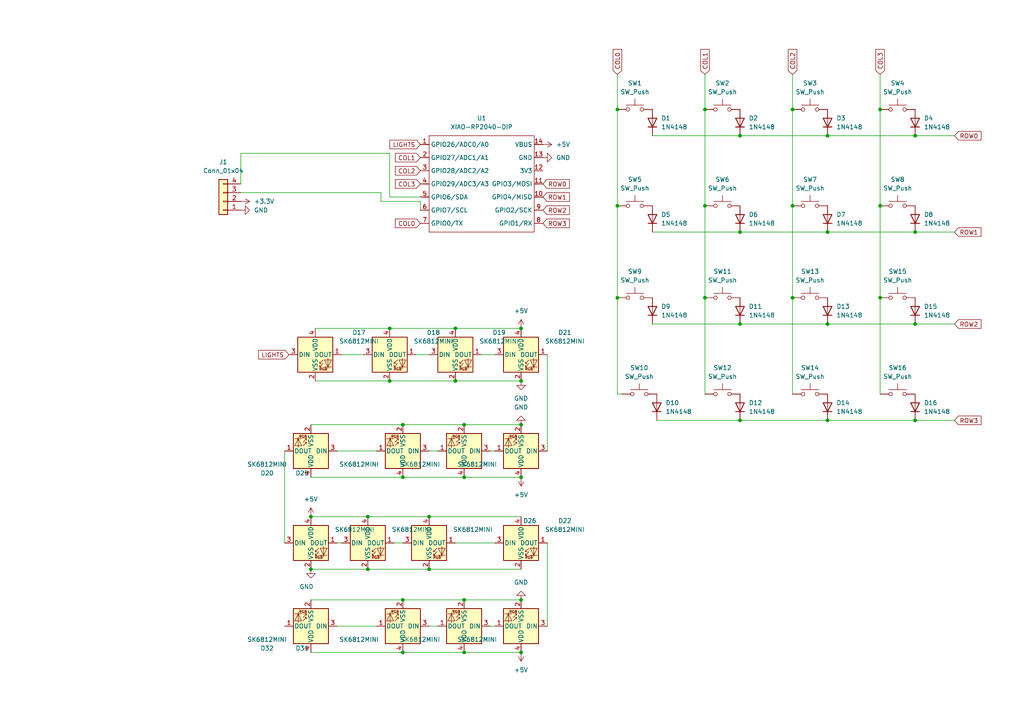
<source format=kicad_sch>
(kicad_sch (version 20250114) (generator "eeschema") (generator_version "9.0")
  (paper "A4")
  (lib_symbols
    (symbol "Connector_Generic:Conn_01x04" (pin_names (offset 1.016) (hide yes))
      (property "Reference" "J" (at 0 5.08 0))
      (property "Value" "Conn_01x04" (at 0 -7.62 0))
      (symbol "Conn_01x04_1_1"
        (rectangle (start -1.27 3.81) (end 1.27 -6.35) (stroke (width 0.254)) (fill (type background)))
        (rectangle (start -1.27 2.667) (end 0 2.413) (stroke (width 0.1524)))
        (rectangle (start -1.27 0.127) (end 0 -0.127) (stroke (width 0.1524)))
        (rectangle (start -1.27 -2.413) (end 0 -2.667) (stroke (width 0.1524)))
        (rectangle (start -1.27 -4.953) (end 0 -5.207) (stroke (width 0.1524)))
        (pin passive line (at -5.08 2.54 0) (length 3.81) (name "Pin_1") (number "1"))
        (pin passive line (at -5.08 0 0) (length 3.81) (name "Pin_2") (number "2"))
        (pin passive line (at -5.08 -2.54 0) (length 3.81) (name "Pin_3") (number "3"))
        (pin passive line (at -5.08 -5.08 0) (length 3.81) (name "Pin_4") (number "4"))
      )
    )
    (symbol "Diode:1N4148" (pin_numbers (hide yes)) (pin_names (hide yes))
      (property "Reference" "D" (at 0 2.54 0))
      (property "Value" "1N4148" (at 0 -2.54 0))
      (symbol "1N4148_0_1"
        (polyline (pts (xy -1.27 1.27) (xy -1.27 -1.27)) (stroke (width 0.254)))
        (polyline (pts (xy 1.27 1.27) (xy 1.27 -1.27) (xy -1.27 0) (xy 1.27 1.27)) (stroke (width 0.254)))
        (polyline (pts (xy 1.27 0) (xy -1.27 0)))
      )
      (symbol "1N4148_1_1"
        (pin passive line (at -3.81 0 0) (length 2.54) (name "K") (number "1"))
        (pin passive line (at 3.81 0 180) (length 2.54) (name "A") (number "2"))
      )
    )
    (symbol "LED:SK6812MINI" (pin_names (offset 0.254))
      (property "Reference" "D" (at 5.08 5.715 0))
      (property "Value" "SK6812MINI" (at 1.27 -5.715 0))
      (symbol "SK6812MINI_0_0"
        (text "RGB" (at 2.286 -4.191 0) (effects (font (size 0.762 0.762))))
      )
      (symbol "SK6812MINI_0_1"
        (polyline (pts (xy 1.27 -2.54) (xy 1.778 -2.54)))
        (polyline (pts (xy 1.27 -3.556) (xy 1.778 -3.556)))
        (polyline (pts (xy 2.286 -1.524) (xy 1.27 -2.54) (xy 1.27 -2.032)))
        (polyline (pts (xy 2.286 -2.54) (xy 1.27 -3.556) (xy 1.27 -3.048)))
        (polyline (pts (xy 3.683 -1.016) (xy 3.683 -3.556) (xy 3.683 -4.064)))
        (polyline (pts (xy 4.699 -1.524) (xy 2.667 -1.524) (xy 3.683 -3.556) (xy 4.699 -1.524)))
        (polyline (pts (xy 4.699 -3.556) (xy 2.667 -3.556)))
        (rectangle (start 5.08 5.08) (end -5.08 -5.08) (stroke (width 0.254)) (fill (type background)))
      )
      (symbol "SK6812MINI_1_1"
        (pin input line (at -7.62 0 0) (length 2.54) (name "DIN") (number "3"))
        (pin power_in line (at 0 7.62 270) (length 2.54) (name "VDD") (number "4"))
        (pin power_in line (at 0 -7.62 90) (length 2.54) (name "VSS") (number "2"))
        (pin output line (at 7.62 0 180) (length 2.54) (name "DOUT") (number "1"))
      )
    )
    (symbol "OLED:XIAO-RP2040-DIP"
      (property "Reference" "U" (at 0 0 0))
      (property "Value" "XIAO-RP2040-DIP" (at 5.334 -1.778 0))
      (symbol "XIAO-RP2040-DIP_1_0"
        (polyline (pts (xy -1.27 -2.54) (xy 29.21 -2.54)) (stroke (width 0.1524)))
        (polyline (pts (xy -1.27 -5.08) (xy -2.54 -5.08)) (stroke (width 0.1524)))
        (polyline (pts (xy -1.27 -5.08) (xy -1.27 -2.54)) (stroke (width 0.1524)))
        (polyline (pts (xy -1.27 -8.89) (xy -2.54 -8.89)) (stroke (width 0.1524)))
        (polyline (pts (xy -1.27 -8.89) (xy -1.27 -5.08)) (stroke (width 0.1524)))
        (polyline (pts (xy -1.27 -12.7) (xy -2.54 -12.7)) (stroke (width 0.1524)))
        (polyline (pts (xy -1.27 -12.7) (xy -1.27 -8.89)) (stroke (width 0.1524)))
        (polyline (pts (xy -1.27 -16.51) (xy -2.54 -16.51)) (stroke (width 0.1524)))
        (polyline (pts (xy -1.27 -16.51) (xy -1.27 -12.7)) (stroke (width 0.1524)))
        (polyline (pts (xy -1.27 -20.32) (xy -2.54 -20.32)) (stroke (width 0.1524)))
        (polyline (pts (xy -1.27 -24.13) (xy -2.54 -24.13)) (stroke (width 0.1524)))
        (polyline (pts (xy -1.27 -27.94) (xy -2.54 -27.94)) (stroke (width 0.1524)))
        (polyline (pts (xy -1.27 -30.48) (xy -1.27 -16.51)) (stroke (width 0.1524)))
        (polyline (pts (xy 29.21 -2.54) (xy 29.21 -5.08)) (stroke (width 0.1524)))
        (polyline (pts (xy 29.21 -5.08) (xy 29.21 -8.89)) (stroke (width 0.1524)))
        (polyline (pts (xy 29.21 -8.89) (xy 29.21 -12.7)) (stroke (width 0.1524)))
        (polyline (pts (xy 29.21 -12.7) (xy 29.21 -30.48)) (stroke (width 0.1524)))
        (polyline (pts (xy 29.21 -30.48) (xy -1.27 -30.48)) (stroke (width 0.1524)))
        (polyline (pts (xy 30.48 -5.08) (xy 29.21 -5.08)) (stroke (width 0.1524)))
        (polyline (pts (xy 30.48 -8.89) (xy 29.21 -8.89)) (stroke (width 0.1524)))
        (polyline (pts (xy 30.48 -12.7) (xy 29.21 -12.7)) (stroke (width 0.1524)))
        (polyline (pts (xy 30.48 -16.51) (xy 29.21 -16.51)) (stroke (width 0.1524)))
        (polyline (pts (xy 30.48 -20.32) (xy 29.21 -20.32)) (stroke (width 0.1524)))
        (polyline (pts (xy 30.48 -24.13) (xy 29.21 -24.13)) (stroke (width 0.1524)))
        (polyline (pts (xy 30.48 -27.94) (xy 29.21 -27.94)) (stroke (width 0.1524)))
        (pin passive line (at -3.81 -5.08 0) (length 2.54) (name "GPIO26/ADC0/A0") (number "1"))
        (pin passive line (at -3.81 -8.89 0) (length 2.54) (name "GPIO27/ADC1/A1") (number "2"))
        (pin passive line (at -3.81 -12.7 0) (length 2.54) (name "GPIO28/ADC2/A2") (number "3"))
        (pin passive line (at -3.81 -16.51 0) (length 2.54) (name "GPIO29/ADC3/A3") (number "4"))
        (pin passive line (at -3.81 -20.32 0) (length 2.54) (name "GPIO6/SDA") (number "5"))
        (pin passive line (at -3.81 -24.13 0) (length 2.54) (name "GPIO7/SCL") (number "6"))
        (pin passive line (at -3.81 -27.94 0) (length 2.54) (name "GPIO0/TX") (number "7"))
        (pin passive line (at 31.75 -5.08 180) (length 2.54) (name "VBUS") (number "14"))
        (pin passive line (at 31.75 -8.89 180) (length 2.54) (name "GND") (number "13"))
        (pin passive line (at 31.75 -12.7 180) (length 2.54) (name "3V3") (number "12"))
        (pin passive line (at 31.75 -16.51 180) (length 2.54) (name "GPIO3/MOSI") (number "11"))
        (pin passive line (at 31.75 -20.32 180) (length 2.54) (name "GPIO4/MISO") (number "10"))
        (pin passive line (at 31.75 -24.13 180) (length 2.54) (name "GPIO2/SCK") (number "9"))
        (pin passive line (at 31.75 -27.94 180) (length 2.54) (name "GPIO1/RX") (number "8"))
      )
    )
    (symbol "Switch:SW_Push" (pin_numbers (hide yes)) (pin_names (offset 1.016) (hide yes))
      (property "Reference" "SW" (at 1.27 2.54 0))
      (property "Value" "SW_Push" (at 0 -1.524 0))
      (symbol "SW_Push_0_1"
        (circle (center -2.032 0) (radius 0.508))
        (polyline (pts (xy 0 1.27) (xy 0 3.048)))
        (circle (center 2.032 0) (radius 0.508))
        (polyline (pts (xy 2.54 1.27) (xy -2.54 1.27)))
        (pin passive line (at -5.08 0 0) (length 2.54) (name "1") (number "1"))
        (pin passive line (at 5.08 0 180) (length 2.54) (name "2") (number "2"))
      )
    )
    (symbol "power:+3.3V" (power) (pin_numbers (hide yes)) (pin_names (offset 0) (hide yes))
      (property "Value" "+3.3V" (at 0 3.556 0))
      (symbol "+3.3V_0_1"
        (polyline (pts (xy -0.762 1.27) (xy 0 2.54)))
        (polyline (pts (xy 0 2.54) (xy 0.762 1.27)))
        (polyline (pts (xy 0 0) (xy 0 2.54)))
      )
      (symbol "+3.3V_1_1"
        (pin power_in line (at 0 0 90) (length 0) (name "~") (number "1"))
      )
    )
    (symbol "power:+5V" (power) (pin_numbers (hide yes)) (pin_names (offset 0) (hide yes))
      (property "Value" "+5V" (at 0 3.556 0))
      (symbol "+5V_0_1"
        (polyline (pts (xy -0.762 1.27) (xy 0 2.54)))
        (polyline (pts (xy 0 2.54) (xy 0.762 1.27)))
        (polyline (pts (xy 0 0) (xy 0 2.54)))
      )
      (symbol "+5V_1_1"
        (pin power_in line (at 0 0 90) (length 0) (name "~") (number "1"))
      )
    )
    (symbol "power:GND" (power) (pin_numbers (hide yes)) (pin_names (offset 0) (hide yes))
      (property "Value" "GND" (at 0 -3.81 0))
      (symbol "GND_0_1"
        (polyline (pts (xy 0 0) (xy 0 -1.27) (xy 1.27 -1.27) (xy 0 -2.54) (xy -1.27 -1.27) (xy 0 -1.27)))
      )
      (symbol "GND_1_1"
        (pin power_in line (at 0 0 270) (length 0) (name "~") (number "1"))
      )
    )
  )
  (junction (at 214.63 93.98))
  (junction (at 214.63 67.31))
  (junction (at 240.03 67.31))
  (junction (at 151.13 189.23))
  (junction (at 255.27 59.69))
  (junction (at 90.17 149.86))
  (junction (at 134.62 138.43))
  (junction (at 116.84 189.23))
  (junction (at 265.43 39.37))
  (junction (at 116.84 123.19))
  (junction (at 132.08 95.25))
  (junction (at 229.87 31.75))
  (junction (at 255.27 86.36))
  (junction (at 179.07 59.69))
  (junction (at 151.13 123.19))
  (junction (at 229.87 59.69))
  (junction (at 116.84 138.43))
  (junction (at 204.47 86.36))
  (junction (at 240.03 39.37))
  (junction (at 134.62 173.99))
  (junction (at 265.43 121.92))
  (junction (at 265.43 93.98))
  (junction (at 124.46 165.1))
  (junction (at 134.62 189.23))
  (junction (at 151.13 173.99))
  (junction (at 179.07 86.36))
  (junction (at 214.63 39.37))
  (junction (at 204.47 31.75))
  (junction (at 106.68 165.1))
  (junction (at 204.47 59.69))
  (junction (at 106.68 149.86))
  (junction (at 151.13 110.49))
  (junction (at 240.03 121.92))
  (junction (at 240.03 93.98))
  (junction (at 179.07 31.75))
  (junction (at 113.03 95.25))
  (junction (at 151.13 95.25))
  (junction (at 265.43 67.31))
  (junction (at 116.84 173.99))
  (junction (at 255.27 31.75))
  (junction (at 229.87 86.36))
  (junction (at 132.08 110.49))
  (junction (at 113.03 110.49))
  (junction (at 134.62 123.19))
  (junction (at 151.13 138.43))
  (junction (at 214.63 121.92))
  (junction (at 124.46 149.86))
  (junction (at 90.17 165.1))
  (wire (pts (xy 151.13 189.23) (xy 134.62 189.23)))
  (wire (pts (xy 240.03 39.37) (xy 265.43 39.37)))
  (wire (pts (xy 109.22 181.61) (xy 97.79 181.61)))
  (wire (pts (xy 158.75 102.87) (xy 158.75 130.81)))
  (wire (pts (xy 151.13 149.86) (xy 124.46 149.86)))
  (wire (pts (xy 106.68 149.86) (xy 124.46 149.86)))
  (wire (pts (xy 97.79 157.48) (xy 99.06 157.48)))
  (wire (pts (xy 113.03 110.49) (xy 132.08 110.49)))
  (wire (pts (xy 69.85 44.45) (xy 69.85 53.34)))
  (wire (pts (xy 116.84 123.19) (xy 90.17 123.19)))
  (wire (pts (xy 90.17 149.86) (xy 106.68 149.86)))
  (wire (pts (xy 214.63 39.37) (xy 240.03 39.37)))
  (wire (pts (xy 151.13 173.99) (xy 134.62 173.99)))
  (wire (pts (xy 134.62 138.43) (xy 116.84 138.43)))
  (wire (pts (xy 90.17 138.43) (xy 116.84 138.43)))
  (wire (pts (xy 116.84 173.99) (xy 90.17 173.99)))
  (wire (pts (xy 265.43 67.31) (xy 276.86 67.31)))
  (wire (pts (xy 179.07 86.36) (xy 179.07 114.3)))
  (wire (pts (xy 265.43 121.92) (xy 276.86 121.92)))
  (wire (pts (xy 120.65 102.87) (xy 124.46 102.87)))
  (wire (pts (xy 229.87 59.69) (xy 229.87 86.36)))
  (wire (pts (xy 106.68 165.1) (xy 124.46 165.1)))
  (wire (pts (xy 229.87 86.36) (xy 229.87 114.3)))
  (wire (pts (xy 190.5 121.92) (xy 214.63 121.92)))
  (wire (pts (xy 204.47 59.69) (xy 204.47 86.36)))
  (wire (pts (xy 110.49 58.42) (xy 121.92 58.42)))
  (wire (pts (xy 189.23 67.31) (xy 214.63 67.31)))
  (wire (pts (xy 132.08 110.49) (xy 151.13 110.49)))
  (wire (pts (xy 114.3 157.48) (xy 116.84 157.48)))
  (wire (pts (xy 110.49 55.88) (xy 110.49 58.42)))
  (wire (pts (xy 132.08 157.48) (xy 143.51 157.48)))
  (wire (pts (xy 113.03 95.25) (xy 132.08 95.25)))
  (wire (pts (xy 113.03 44.45) (xy 113.03 57.15)))
  (wire (pts (xy 189.23 93.98) (xy 214.63 93.98)))
  (wire (pts (xy 91.44 95.25) (xy 113.03 95.25)))
  (wire (pts (xy 127 130.81) (xy 124.46 130.81)))
  (wire (pts (xy 189.23 39.37) (xy 214.63 39.37)))
  (wire (pts (xy 179.07 114.3) (xy 180.34 114.3)))
  (wire (pts (xy 91.44 110.49) (xy 113.03 110.49)))
  (wire (pts (xy 124.46 165.1) (xy 151.13 165.1)))
  (wire (pts (xy 109.22 130.81) (xy 97.79 130.81)))
  (wire (pts (xy 69.85 55.88) (xy 110.49 55.88)))
  (wire (pts (xy 240.03 121.92) (xy 265.43 121.92)))
  (wire (pts (xy 179.07 31.75) (xy 179.07 59.69)))
  (wire (pts (xy 255.27 21.59) (xy 255.27 31.75)))
  (wire (pts (xy 204.47 21.59) (xy 204.47 31.75)))
  (wire (pts (xy 255.27 86.36) (xy 255.27 114.3)))
  (wire (pts (xy 240.03 67.31) (xy 265.43 67.31)))
  (wire (pts (xy 255.27 59.69) (xy 255.27 86.36)))
  (wire (pts (xy 132.08 95.25) (xy 151.13 95.25)))
  (wire (pts (xy 229.87 21.59) (xy 229.87 31.75)))
  (wire (pts (xy 240.03 93.98) (xy 265.43 93.98)))
  (wire (pts (xy 204.47 31.75) (xy 204.47 59.69)))
  (wire (pts (xy 158.75 181.61) (xy 158.75 157.48)))
  (wire (pts (xy 139.7 102.87) (xy 143.51 102.87)))
  (wire (pts (xy 134.62 123.19) (xy 116.84 123.19)))
  (wire (pts (xy 214.63 93.98) (xy 240.03 93.98)))
  (wire (pts (xy 69.85 44.45) (xy 113.03 44.45)))
  (wire (pts (xy 179.07 21.59) (xy 179.07 31.75)))
  (wire (pts (xy 255.27 31.75) (xy 255.27 59.69)))
  (wire (pts (xy 151.13 138.43) (xy 134.62 138.43)))
  (wire (pts (xy 204.47 86.36) (xy 204.47 114.3)))
  (wire (pts (xy 90.17 165.1) (xy 106.68 165.1)))
  (wire (pts (xy 214.63 67.31) (xy 240.03 67.31)))
  (wire (pts (xy 113.03 57.15) (xy 121.92 57.15)))
  (wire (pts (xy 143.51 181.61) (xy 142.24 181.61)))
  (wire (pts (xy 99.06 102.87) (xy 105.41 102.87)))
  (wire (pts (xy 127 181.61) (xy 124.46 181.61)))
  (wire (pts (xy 134.62 173.99) (xy 116.84 173.99)))
  (wire (pts (xy 214.63 121.92) (xy 240.03 121.92)))
  (wire (pts (xy 265.43 39.37) (xy 276.86 39.37)))
  (wire (pts (xy 265.43 93.98) (xy 276.86 93.98)))
  (wire (pts (xy 134.62 189.23) (xy 116.84 189.23)))
  (wire (pts (xy 229.87 31.75) (xy 229.87 59.69)))
  (wire (pts (xy 179.07 59.69) (xy 179.07 86.36)))
  (wire (pts (xy 121.92 58.42) (xy 121.92 60.96)))
  (wire (pts (xy 143.51 130.81) (xy 142.24 130.81)))
  (wire (pts (xy 151.13 123.19) (xy 134.62 123.19)))
  (wire (pts (xy 90.17 189.23) (xy 116.84 189.23)))
  (wire (pts (xy 82.55 130.81) (xy 82.55 157.48)))
  (global_label "COL1" (shape input) (at 204.47 21.59 90) (property "Intersheetrefs" "${INTERSHEET_REFS}" (effects (hide yes))))
  (global_label "ROW1" (shape input) (at 276.86 67.31 0) (property "Intersheetrefs" "${INTERSHEET_REFS}" (effects (hide yes))))
  (global_label "COL2" (shape input) (at 229.87 21.59 90) (property "Intersheetrefs" "${INTERSHEET_REFS}" (effects (hide yes))))
  (global_label "ROW0" (shape input) (at 276.86 39.37 0) (property "Intersheetrefs" "${INTERSHEET_REFS}" (effects (hide yes))))
  (global_label "ROW3" (shape input) (at 276.86 121.92 0) (property "Intersheetrefs" "${INTERSHEET_REFS}" (effects (hide yes))))
  (global_label "COL1" (shape input) (at 121.92 45.72 180) (property "Intersheetrefs" "${INTERSHEET_REFS}" (effects (hide yes))))
  (global_label "ROW0" (shape input) (at 157.48 53.34 0) (property "Intersheetrefs" "${INTERSHEET_REFS}" (effects (hide yes))))
  (global_label "COL3" (shape input) (at 121.92 53.34 180) (property "Intersheetrefs" "${INTERSHEET_REFS}" (effects (hide yes))))
  (global_label "COL2" (shape input) (at 121.92 49.53 180) (property "Intersheetrefs" "${INTERSHEET_REFS}" (effects (hide yes))))
  (global_label "ROW1" (shape input) (at 157.48 57.15 0) (property "Intersheetrefs" "${INTERSHEET_REFS}" (effects (hide yes))))
  (global_label "COL3" (shape input) (at 255.27 21.59 90) (property "Intersheetrefs" "${INTERSHEET_REFS}" (effects (hide yes))))
  (global_label "ROW3" (shape input) (at 157.48 64.77 0) (property "Intersheetrefs" "${INTERSHEET_REFS}" (effects (hide yes))))
  (global_label "COL0" (shape input) (at 179.07 21.59 90) (property "Intersheetrefs" "${INTERSHEET_REFS}" (effects (hide yes))))
  (global_label "COL0" (shape input) (at 121.92 64.77 180) (property "Intersheetrefs" "${INTERSHEET_REFS}" (effects (hide yes))))
  (global_label "LIGHTS" (shape input) (at 121.92 41.91 180) (property "Intersheetrefs" "${INTERSHEET_REFS}" (effects (hide yes))))
  (global_label "LIGHTS" (shape input) (at 83.82 102.87 180) (property "Intersheetrefs" "${INTERSHEET_REFS}" (effects (hide yes))))
  (global_label "ROW2" (shape input) (at 157.48 60.96 0) (property "Intersheetrefs" "${INTERSHEET_REFS}" (effects (hide yes))))
  (global_label "ROW2" (shape input) (at 276.86 93.98 0) (property "Intersheetrefs" "${INTERSHEET_REFS}" (effects (hide yes))))
  (symbol (lib_id "Diode:1N4148") (at 240.03 63.5 90) (unit 1)
    (property "Reference" "D7" (at 242.57 62.2299 90) (effects (justify right)))
    (property "Value" "1N4148" (at 242.57 64.7699 90) (effects (justify right)))
    (property "Footprint" "Diode_THT:D_DO-35_SOD27_P7.62mm_Horizontal" (effects (hide yes)))
    (property "Datasheet" "https://assets.nexperia.com/documents/data-sheet/1N4148_1N4448.pdf" (effects (hide yes)))
    (property "Description" "100V 0.15A standard switching diode, DO-35" (effects (hide yes)))
    (property "Sim.Device" "D" (effects (hide yes)))
    (property "Sim.Pins" "1=K 2=A" (effects (hide yes)))
  )
  (symbol (lib_id "Diode:1N4148") (at 265.43 63.5 90) (unit 1)
    (property "Reference" "D8" (at 267.97 62.2299 90) (effects (justify right)))
    (property "Value" "1N4148" (at 267.97 64.7699 90) (effects (justify right)))
    (property "Footprint" "Diode_THT:D_DO-35_SOD27_P7.62mm_Horizontal" (effects (hide yes)))
    (property "Datasheet" "https://assets.nexperia.com/documents/data-sheet/1N4148_1N4448.pdf" (effects (hide yes)))
    (property "Description" "100V 0.15A standard switching diode, DO-35" (effects (hide yes)))
    (property "Sim.Device" "D" (effects (hide yes)))
    (property "Sim.Pins" "1=K 2=A" (effects (hide yes)))
  )
  (symbol (lib_id "power:GND") (at 69.85 60.96 90) (unit 1)
    (property "Reference" "#PWR08" (effects (hide yes)))
    (property "Value" "GND" (at 73.66 60.9599 90) (effects (justify right)))
    (property "Description" "Power symbol creates a global label with name \"GND\" , ground" (effects (hide yes)))
  )
  (symbol (lib_id "Diode:1N4148") (at 189.23 35.56 90) (unit 1)
    (property "Reference" "D1" (at 191.77 34.2899 90) (effects (justify right)))
    (property "Value" "1N4148" (at 191.77 36.8299 90) (effects (justify right)))
    (property "Footprint" "Diode_THT:D_DO-35_SOD27_P7.62mm_Horizontal" (effects (hide yes)))
    (property "Datasheet" "https://assets.nexperia.com/documents/data-sheet/1N4148_1N4448.pdf" (effects (hide yes)))
    (property "Description" "100V 0.15A standard switching diode, DO-35" (effects (hide yes)))
    (property "Sim.Device" "D" (effects (hide yes)))
    (property "Sim.Pins" "1=K 2=A" (effects (hide yes)))
  )
  (symbol (lib_id "LED:SK6812MINI") (at 132.08 102.87 0) (unit 1)
    (property "Reference" "D19" (at 144.78 96.4498 0))
    (property "Value" "SK6812MINI" (at 144.78 98.9898 0))
    (property "Footprint" "LED:MX_SK6812MINI-E_REV" (effects (hide yes)))
    (property "Datasheet" "https://cdn-shop.adafruit.com/product-files/2686/SK6812MINI_REV.01-1-2.pdf" (effects (hide yes)))
    (property "Description" "RGB LED with integrated controller" (effects (hide yes)))
  )
  (symbol (lib_id "power:+5V") (at 151.13 189.23 180) (unit 1)
    (property "Reference" "#PWR011" (effects (hide yes)))
    (property "Value" "+5V" (at 151.13 194.31 0))
    (property "Description" "Power symbol creates a global label with name \"+5V\"" (effects (hide yes)))
  )
  (symbol (lib_id "power:GND") (at 90.17 165.1 0) (unit 1)
    (property "Reference" "#PWR09" (effects (hide yes)))
    (property "Value" "GND" (at 88.9 170.18 0))
    (property "Description" "Power symbol creates a global label with name \"GND\" , ground" (effects (hide yes)))
  )
  (symbol (lib_id "Diode:1N4148") (at 265.43 35.56 90) (unit 1)
    (property "Reference" "D4" (at 267.97 34.2899 90) (effects (justify right)))
    (property "Value" "1N4148" (at 267.97 36.8299 90) (effects (justify right)))
    (property "Footprint" "Diode_THT:D_DO-35_SOD27_P7.62mm_Horizontal" (effects (hide yes)))
    (property "Datasheet" "https://assets.nexperia.com/documents/data-sheet/1N4148_1N4448.pdf" (effects (hide yes)))
    (property "Description" "100V 0.15A standard switching diode, DO-35" (effects (hide yes)))
    (property "Sim.Device" "D" (effects (hide yes)))
    (property "Sim.Pins" "1=K 2=A" (effects (hide yes)))
  )
  (symbol (lib_id "power:+3.3V") (at 69.85 58.42 270) (unit 1)
    (property "Reference" "#PWR03" (effects (hide yes)))
    (property "Value" "+3.3V" (at 73.66 58.4199 90) (effects (justify left)))
    (property "Description" "Power symbol creates a global label with name \"+3.3V\"" (effects (hide yes)))
  )
  (symbol (lib_id "Switch:SW_Push") (at 185.42 114.3 0) (unit 1)
    (property "Reference" "SW10" (at 185.42 106.68 0))
    (property "Value" "SW_Push" (at 185.42 109.22 0))
    (property "Footprint" "Button_Switch_Keyboard:SW_Cherry_MX_1.00u_PCB" (effects (hide yes)))
    (property "Description" "Push button switch, generic, two pins" (effects (hide yes)))
  )
  (symbol (lib_id "LED:SK6812MINI") (at 116.84 181.61 180) (unit 1)
    (property "Reference" "D31" (at 87.63 188.0302 0))
    (property "Value" "SK6812MINI" (at 104.14 185.4902 0))
    (property "Footprint" "LED:MX_SK6812MINI-E_REV" (effects (hide yes)))
    (property "Datasheet" "https://cdn-shop.adafruit.com/product-files/2686/SK6812MINI_REV.01-1-2.pdf" (effects (hide yes)))
    (property "Description" "RGB LED with integrated controller" (effects (hide yes)))
  )
  (symbol (lib_id "LED:SK6812MINI") (at 124.46 157.48 0) (unit 1)
    (property "Reference" "D26" (at 153.67 151.0598 0))
    (property "Value" "SK6812MINI" (at 137.16 153.5998 0))
    (property "Footprint" "LED:MX_SK6812MINI-E_REV" (effects (hide yes)))
    (property "Datasheet" "https://cdn-shop.adafruit.com/product-files/2686/SK6812MINI_REV.01-1-2.pdf" (effects (hide yes)))
    (property "Description" "RGB LED with integrated controller" (effects (hide yes)))
  )
  (symbol (lib_id "power:+5V") (at 151.13 138.43 180) (unit 1)
    (property "Reference" "#PWR05" (effects (hide yes)))
    (property "Value" "+5V" (at 151.13 143.51 0))
    (property "Description" "Power symbol creates a global label with name \"+5V\"" (effects (hide yes)))
  )
  (symbol (lib_id "Diode:1N4148") (at 214.63 35.56 90) (unit 1)
    (property "Reference" "D2" (at 217.17 34.2899 90) (effects (justify right)))
    (property "Value" "1N4148" (at 217.17 36.8299 90) (effects (justify right)))
    (property "Footprint" "Diode_THT:D_DO-35_SOD27_P7.62mm_Horizontal" (effects (hide yes)))
    (property "Datasheet" "https://assets.nexperia.com/documents/data-sheet/1N4148_1N4448.pdf" (effects (hide yes)))
    (property "Description" "100V 0.15A standard switching diode, DO-35" (effects (hide yes)))
    (property "Sim.Device" "D" (effects (hide yes)))
    (property "Sim.Pins" "1=K 2=A" (effects (hide yes)))
  )
  (symbol (lib_id "Diode:1N4148") (at 189.23 90.17 90) (unit 1)
    (property "Reference" "D9" (at 191.77 88.8999 90) (effects (justify right)))
    (property "Value" "1N4148" (at 191.77 91.4399 90) (effects (justify right)))
    (property "Footprint" "Diode_THT:D_DO-35_SOD27_P7.62mm_Horizontal" (effects (hide yes)))
    (property "Datasheet" "https://assets.nexperia.com/documents/data-sheet/1N4148_1N4448.pdf" (effects (hide yes)))
    (property "Description" "100V 0.15A standard switching diode, DO-35" (effects (hide yes)))
    (property "Sim.Device" "D" (effects (hide yes)))
    (property "Sim.Pins" "1=K 2=A" (effects (hide yes)))
  )
  (symbol (lib_id "Switch:SW_Push") (at 234.95 59.69 0) (unit 1)
    (property "Reference" "SW7" (at 234.95 52.07 0))
    (property "Value" "SW_Push" (at 234.95 54.61 0))
    (property "Footprint" "Button_Switch_Keyboard:SW_Cherry_MX_1.00u_PCB" (effects (hide yes)))
    (property "Description" "Push button switch, generic, two pins" (effects (hide yes)))
  )
  (symbol (lib_id "power:+5V") (at 157.48 41.91 270) (unit 1)
    (property "Reference" "#PWR01" (effects (hide yes)))
    (property "Value" "+5V" (at 161.29 41.9099 90) (effects (justify left)))
    (property "Description" "Power symbol creates a global label with name \"+5V\"" (effects (hide yes)))
  )
  (symbol (lib_id "Switch:SW_Push") (at 260.35 114.3 0) (unit 1)
    (property "Reference" "SW16" (at 260.35 106.68 0))
    (property "Value" "SW_Push" (at 260.35 109.22 0))
    (property "Footprint" "Button_Switch_Keyboard:SW_Cherry_MX_1.00u_PCB" (effects (hide yes)))
    (property "Description" "Push button switch, generic, two pins" (effects (hide yes)))
  )
  (symbol (lib_id "power:+5V") (at 90.17 149.86 0) (unit 1)
    (property "Reference" "#PWR010" (effects (hide yes)))
    (property "Value" "+5V" (at 90.17 144.78 0))
    (property "Description" "Power symbol creates a global label with name \"+5V\"" (effects (hide yes)))
  )
  (symbol (lib_id "Switch:SW_Push") (at 234.95 31.75 0) (unit 1)
    (property "Reference" "SW3" (at 234.95 24.13 0))
    (property "Value" "SW_Push" (at 234.95 26.67 0))
    (property "Footprint" "Button_Switch_Keyboard:SW_Cherry_MX_1.00u_PCB" (effects (hide yes)))
    (property "Description" "Push button switch, generic, two pins" (effects (hide yes)))
  )
  (symbol (lib_id "Diode:1N4148") (at 240.03 118.11 90) (unit 1)
    (property "Reference" "D14" (at 242.57 116.8399 90) (effects (justify right)))
    (property "Value" "1N4148" (at 242.57 119.3799 90) (effects (justify right)))
    (property "Footprint" "Diode_THT:D_DO-35_SOD27_P7.62mm_Horizontal" (effects (hide yes)))
    (property "Datasheet" "https://assets.nexperia.com/documents/data-sheet/1N4148_1N4448.pdf" (effects (hide yes)))
    (property "Description" "100V 0.15A standard switching diode, DO-35" (effects (hide yes)))
    (property "Sim.Device" "D" (effects (hide yes)))
    (property "Sim.Pins" "1=K 2=A" (effects (hide yes)))
  )
  (symbol (lib_id "Diode:1N4148") (at 265.43 118.11 90) (unit 1)
    (property "Reference" "D16" (at 267.97 116.8399 90) (effects (justify right)))
    (property "Value" "1N4148" (at 267.97 119.3799 90) (effects (justify right)))
    (property "Footprint" "Diode_THT:D_DO-35_SOD27_P7.62mm_Horizontal" (effects (hide yes)))
    (property "Datasheet" "https://assets.nexperia.com/documents/data-sheet/1N4148_1N4448.pdf" (effects (hide yes)))
    (property "Description" "100V 0.15A standard switching diode, DO-35" (effects (hide yes)))
    (property "Sim.Device" "D" (effects (hide yes)))
    (property "Sim.Pins" "1=K 2=A" (effects (hide yes)))
  )
  (symbol (lib_id "Diode:1N4148") (at 265.43 90.17 90) (unit 1)
    (property "Reference" "D15" (at 267.97 88.8999 90) (effects (justify right)))
    (property "Value" "1N4148" (at 267.97 91.4399 90) (effects (justify right)))
    (property "Footprint" "Diode_THT:D_DO-35_SOD27_P7.62mm_Horizontal" (effects (hide yes)))
    (property "Datasheet" "https://assets.nexperia.com/documents/data-sheet/1N4148_1N4448.pdf" (effects (hide yes)))
    (property "Description" "100V 0.15A standard switching diode, DO-35" (effects (hide yes)))
    (property "Sim.Device" "D" (effects (hide yes)))
    (property "Sim.Pins" "1=K 2=A" (effects (hide yes)))
  )
  (symbol (lib_id "Diode:1N4148") (at 214.63 63.5 90) (unit 1)
    (property "Reference" "D6" (at 217.17 62.2299 90) (effects (justify right)))
    (property "Value" "1N4148" (at 217.17 64.7699 90) (effects (justify right)))
    (property "Footprint" "Diode_THT:D_DO-35_SOD27_P7.62mm_Horizontal" (effects (hide yes)))
    (property "Datasheet" "https://assets.nexperia.com/documents/data-sheet/1N4148_1N4448.pdf" (effects (hide yes)))
    (property "Description" "100V 0.15A standard switching diode, DO-35" (effects (hide yes)))
    (property "Sim.Device" "D" (effects (hide yes)))
    (property "Sim.Pins" "1=K 2=A" (effects (hide yes)))
  )
  (symbol (lib_id "Switch:SW_Push") (at 209.55 31.75 0) (unit 1)
    (property "Reference" "SW2" (at 209.55 24.13 0))
    (property "Value" "SW_Push" (at 209.55 26.67 0))
    (property "Footprint" "Button_Switch_Keyboard:SW_Cherry_MX_1.00u_PCB" (effects (hide yes)))
    (property "Description" "Push button switch, generic, two pins" (effects (hide yes)))
  )
  (symbol (lib_id "power:GND") (at 151.13 110.49 0) (unit 1)
    (property "Reference" "#PWR07" (effects (hide yes)))
    (property "Value" "GND" (at 151.13 115.57 0))
    (property "Description" "Power symbol creates a global label with name \"GND\" , ground" (effects (hide yes)))
  )
  (symbol (lib_id "LED:SK6812MINI") (at 106.68 157.48 0) (unit 1)
    (property "Reference" "D27" (effects (hide yes)))
    (property "Value" "SK6812MINI" (at 119.38 153.5998 0))
    (property "Footprint" "LED:MX_SK6812MINI-E_REV" (effects (hide yes)))
    (property "Datasheet" "https://cdn-shop.adafruit.com/product-files/2686/SK6812MINI_REV.01-1-2.pdf" (effects (hide yes)))
    (property "Description" "RGB LED with integrated controller" (effects (hide yes)))
  )
  (symbol (lib_id "Diode:1N4148") (at 240.03 35.56 90) (unit 1)
    (property "Reference" "D3" (at 242.57 34.2899 90) (effects (justify right)))
    (property "Value" "1N4148" (at 242.57 36.8299 90) (effects (justify right)))
    (property "Footprint" "Diode_THT:D_DO-35_SOD27_P7.62mm_Horizontal" (effects (hide yes)))
    (property "Datasheet" "https://assets.nexperia.com/documents/data-sheet/1N4148_1N4448.pdf" (effects (hide yes)))
    (property "Description" "100V 0.15A standard switching diode, DO-35" (effects (hide yes)))
    (property "Sim.Device" "D" (effects (hide yes)))
    (property "Sim.Pins" "1=K 2=A" (effects (hide yes)))
  )
  (symbol (lib_id "Switch:SW_Push") (at 184.15 86.36 0) (unit 1)
    (property "Reference" "SW9" (at 184.15 78.74 0))
    (property "Value" "SW_Push" (at 184.15 81.28 0))
    (property "Footprint" "Button_Switch_Keyboard:SW_Cherry_MX_1.00u_PCB" (effects (hide yes)))
    (property "Description" "Push button switch, generic, two pins" (effects (hide yes)))
  )
  (symbol (lib_id "LED:SK6812MINI") (at 91.44 102.87 0) (unit 1)
    (property "Reference" "D17" (at 104.14 96.4498 0))
    (property "Value" "SK6812MINI" (at 104.14 98.9898 0))
    (property "Footprint" "LED:MX_SK6812MINI-E_REV" (effects (hide yes)))
    (property "Datasheet" "https://cdn-shop.adafruit.com/product-files/2686/SK6812MINI_REV.01-1-2.pdf" (effects (hide yes)))
    (property "Description" "RGB LED with integrated controller" (effects (hide yes)))
  )
  (symbol (lib_id "LED:SK6812MINI") (at 151.13 181.61 180) (unit 1)
    (property "Reference" "D29" (effects (hide yes)))
    (property "Value" "SK6812MINI" (at 138.43 185.4902 0))
    (property "Footprint" "LED:MX_SK6812MINI-E_REV" (effects (hide yes)))
    (property "Datasheet" "https://cdn-shop.adafruit.com/product-files/2686/SK6812MINI_REV.01-1-2.pdf" (effects (hide yes)))
    (property "Description" "RGB LED with integrated controller" (effects (hide yes)))
  )
  (symbol (lib_id "power:GND") (at 157.48 45.72 90) (unit 1)
    (property "Reference" "#PWR02" (effects (hide yes)))
    (property "Value" "GND" (at 161.29 45.7199 90) (effects (justify right)))
    (property "Description" "Power symbol creates a global label with name \"GND\" , ground" (effects (hide yes)))
  )
  (symbol (lib_id "Diode:1N4148") (at 214.63 118.11 90) (unit 1)
    (property "Reference" "D12" (at 217.17 116.8399 90) (effects (justify right)))
    (property "Value" "1N4148" (at 217.17 119.3799 90) (effects (justify right)))
    (property "Footprint" "Diode_THT:D_DO-35_SOD27_P7.62mm_Horizontal" (effects (hide yes)))
    (property "Datasheet" "https://assets.nexperia.com/documents/data-sheet/1N4148_1N4448.pdf" (effects (hide yes)))
    (property "Description" "100V 0.15A standard switching diode, DO-35" (effects (hide yes)))
    (property "Sim.Device" "D" (effects (hide yes)))
    (property "Sim.Pins" "1=K 2=A" (effects (hide yes)))
  )
  (symbol (lib_id "LED:SK6812MINI") (at 151.13 157.48 0) (unit 1)
    (property "Reference" "D22" (at 163.83 151.0598 0))
    (property "Value" "SK6812MINI" (at 163.83 153.5998 0))
    (property "Footprint" "LED:MX_SK6812MINI-E_REV" (effects (hide yes)))
    (property "Datasheet" "https://cdn-shop.adafruit.com/product-files/2686/SK6812MINI_REV.01-1-2.pdf" (effects (hide yes)))
    (property "Description" "RGB LED with integrated controller" (effects (hide yes)))
  )
  (symbol (lib_id "Diode:1N4148") (at 240.03 90.17 90) (unit 1)
    (property "Reference" "D13" (at 242.57 88.8999 90) (effects (justify right)))
    (property "Value" "1N4148" (at 242.57 91.4399 90) (effects (justify right)))
    (property "Footprint" "Diode_THT:D_DO-35_SOD27_P7.62mm_Horizontal" (effects (hide yes)))
    (property "Datasheet" "https://assets.nexperia.com/documents/data-sheet/1N4148_1N4448.pdf" (effects (hide yes)))
    (property "Description" "100V 0.15A standard switching diode, DO-35" (effects (hide yes)))
    (property "Sim.Device" "D" (effects (hide yes)))
    (property "Sim.Pins" "1=K 2=A" (effects (hide yes)))
  )
  (symbol (lib_id "LED:SK6812MINI") (at 113.03 102.87 0) (unit 1)
    (property "Reference" "D18" (at 125.73 96.4498 0))
    (property "Value" "SK6812MINI" (at 125.73 98.9898 0))
    (property "Footprint" "LED:MX_SK6812MINI-E_REV" (effects (hide yes)))
    (property "Datasheet" "https://cdn-shop.adafruit.com/product-files/2686/SK6812MINI_REV.01-1-2.pdf" (effects (hide yes)))
    (property "Description" "RGB LED with integrated controller" (effects (hide yes)))
  )
  (symbol (lib_id "Switch:SW_Push") (at 184.15 31.75 0) (unit 1)
    (property "Reference" "SW1" (at 184.15 24.13 0))
    (property "Value" "SW_Push" (at 184.15 26.67 0))
    (property "Footprint" "Button_Switch_Keyboard:SW_Cherry_MX_1.00u_PCB" (effects (hide yes)))
    (property "Description" "Push button switch, generic, two pins" (effects (hide yes)))
  )
  (symbol (lib_id "Switch:SW_Push") (at 209.55 114.3 0) (unit 1)
    (property "Reference" "SW12" (at 209.55 106.68 0))
    (property "Value" "SW_Push" (at 209.55 109.22 0))
    (property "Footprint" "Button_Switch_Keyboard:SW_Cherry_MX_1.00u_PCB" (effects (hide yes)))
    (property "Description" "Push button switch, generic, two pins" (effects (hide yes)))
  )
  (symbol (lib_id "LED:SK6812MINI") (at 90.17 181.61 180) (unit 1)
    (property "Reference" "D32" (at 77.47 188.0302 0))
    (property "Value" "SK6812MINI" (at 77.47 185.4902 0))
    (property "Footprint" "LED:MX_SK6812MINI-E_REV" (effects (hide yes)))
    (property "Datasheet" "https://cdn-shop.adafruit.com/product-files/2686/SK6812MINI_REV.01-1-2.pdf" (effects (hide yes)))
    (property "Description" "RGB LED with integrated controller" (effects (hide yes)))
  )
  (symbol (lib_id "Connector_Generic:Conn_01x04") (at 64.77 58.42 180) (unit 1)
    (property "Reference" "J1" (at 64.77 46.99 0))
    (property "Value" "Conn_01x04" (at 64.77 49.53 0))
    (property "Footprint" "KiCad-SSD1306-0.91-OLED-4pin-128x32.pretty-master:SSD1306-0.91-OLED-4pin-128x32" (effects (hide yes)))
    (property "Description" "Generic connector, single row, 01x04, script generated (kicad-library-utils/schlib/autogen/connector/)" (effects (hide yes)))
  )
  (symbol (lib_id "Switch:SW_Push") (at 260.35 86.36 0) (unit 1)
    (property "Reference" "SW15" (at 260.35 78.74 0))
    (property "Value" "SW_Push" (at 260.35 81.28 0))
    (property "Footprint" "Button_Switch_Keyboard:SW_Cherry_MX_1.00u_PCB" (effects (hide yes)))
    (property "Description" "Push button switch, generic, two pins" (effects (hide yes)))
  )
  (symbol (lib_id "Diode:1N4148") (at 214.63 90.17 90) (unit 1)
    (property "Reference" "D11" (at 217.17 88.8999 90) (effects (justify right)))
    (property "Value" "1N4148" (at 217.17 91.4399 90) (effects (justify right)))
    (property "Footprint" "Diode_THT:D_DO-35_SOD27_P7.62mm_Horizontal" (effects (hide yes)))
    (property "Datasheet" "https://assets.nexperia.com/documents/data-sheet/1N4148_1N4448.pdf" (effects (hide yes)))
    (property "Description" "100V 0.15A standard switching diode, DO-35" (effects (hide yes)))
    (property "Sim.Device" "D" (effects (hide yes)))
    (property "Sim.Pins" "1=K 2=A" (effects (hide yes)))
  )
  (symbol (lib_id "Switch:SW_Push") (at 209.55 59.69 0) (unit 1)
    (property "Reference" "SW6" (at 209.55 52.07 0))
    (property "Value" "SW_Push" (at 209.55 54.61 0))
    (property "Footprint" "Button_Switch_Keyboard:SW_Cherry_MX_1.00u_PCB" (effects (hide yes)))
    (property "Description" "Push button switch, generic, two pins" (effects (hide yes)))
  )
  (symbol (lib_id "LED:SK6812MINI") (at 116.84 130.81 180) (unit 1)
    (property "Reference" "D25" (at 87.63 137.2302 0))
    (property "Value" "SK6812MINI" (at 104.14 134.6902 0))
    (property "Footprint" "LED:MX_SK6812MINI-E_REV" (effects (hide yes)))
    (property "Datasheet" "https://cdn-shop.adafruit.com/product-files/2686/SK6812MINI_REV.01-1-2.pdf" (effects (hide yes)))
    (property "Description" "RGB LED with integrated controller" (effects (hide yes)))
  )
  (symbol (lib_id "LED:SK6812MINI") (at 90.17 157.48 0) (unit 1)
    (property "Reference" "D28" (effects (hide yes)))
    (property "Value" "SK6812MINI" (at 102.87 153.5998 0))
    (property "Footprint" "LED:MX_SK6812MINI-E_REV" (effects (hide yes)))
    (property "Datasheet" "https://cdn-shop.adafruit.com/product-files/2686/SK6812MINI_REV.01-1-2.pdf" (effects (hide yes)))
    (property "Description" "RGB LED with integrated controller" (effects (hide yes)))
  )
  (symbol (lib_id "LED:SK6812MINI") (at 90.17 130.81 180) (unit 1)
    (property "Reference" "D20" (at 77.47 137.2302 0))
    (property "Value" "SK6812MINI" (at 77.47 134.6902 0))
    (property "Footprint" "LED:MX_SK6812MINI-E_REV" (effects (hide yes)))
    (property "Datasheet" "https://cdn-shop.adafruit.com/product-files/2686/SK6812MINI_REV.01-1-2.pdf" (effects (hide yes)))
    (property "Description" "RGB LED with integrated controller" (effects (hide yes)))
  )
  (symbol (lib_id "Switch:SW_Push") (at 260.35 31.75 0) (unit 1)
    (property "Reference" "SW4" (at 260.35 24.13 0))
    (property "Value" "SW_Push" (at 260.35 26.67 0))
    (property "Footprint" "Button_Switch_Keyboard:SW_Cherry_MX_1.00u_PCB" (effects (hide yes)))
    (property "Description" "Push button switch, generic, two pins" (effects (hide yes)))
  )
  (symbol (lib_id "LED:SK6812MINI") (at 134.62 130.81 180) (unit 1)
    (property "Reference" "D24" (effects (hide yes)))
    (property "Value" "SK6812MINI" (at 121.92 134.6902 0))
    (property "Footprint" "LED:MX_SK6812MINI-E_REV" (effects (hide yes)))
    (property "Datasheet" "https://cdn-shop.adafruit.com/product-files/2686/SK6812MINI_REV.01-1-2.pdf" (effects (hide yes)))
    (property "Description" "RGB LED with integrated controller" (effects (hide yes)))
  )
  (symbol (lib_id "power:GND") (at 151.13 123.19 180) (unit 1)
    (property "Reference" "#PWR06" (effects (hide yes)))
    (property "Value" "GND" (at 151.13 118.11 0))
    (property "Description" "Power symbol creates a global label with name \"GND\" , ground" (effects (hide yes)))
  )
  (symbol (lib_id "Switch:SW_Push") (at 184.15 59.69 0) (unit 1)
    (property "Reference" "SW5" (at 184.15 52.07 0))
    (property "Value" "SW_Push" (at 184.15 54.61 0))
    (property "Footprint" "Button_Switch_Keyboard:SW_Cherry_MX_1.00u_PCB" (effects (hide yes)))
    (property "Description" "Push button switch, generic, two pins" (effects (hide yes)))
  )
  (symbol (lib_id "Switch:SW_Push") (at 234.95 86.36 0) (unit 1)
    (property "Reference" "SW13" (at 234.95 78.74 0))
    (property "Value" "SW_Push" (at 234.95 81.28 0))
    (property "Footprint" "Button_Switch_Keyboard:SW_Cherry_MX_1.00u_PCB" (effects (hide yes)))
    (property "Description" "Push button switch, generic, two pins" (effects (hide yes)))
  )
  (symbol (lib_id "LED:SK6812MINI") (at 151.13 130.81 180) (unit 1)
    (property "Reference" "D23" (effects (hide yes)))
    (property "Value" "SK6812MINI" (at 138.43 134.6902 0))
    (property "Footprint" "LED:MX_SK6812MINI-E_REV" (effects (hide yes)))
    (property "Datasheet" "https://cdn-shop.adafruit.com/product-files/2686/SK6812MINI_REV.01-1-2.pdf" (effects (hide yes)))
    (property "Description" "RGB LED with integrated controller" (effects (hide yes)))
  )
  (symbol (lib_id "LED:SK6812MINI") (at 151.13 102.87 0) (unit 1)
    (property "Reference" "D21" (at 163.83 96.4498 0))
    (property "Value" "SK6812MINI" (at 163.83 98.9898 0))
    (property "Footprint" "LED:MX_SK6812MINI-E_REV" (effects (hide yes)))
    (property "Datasheet" "https://cdn-shop.adafruit.com/product-files/2686/SK6812MINI_REV.01-1-2.pdf" (effects (hide yes)))
    (property "Description" "RGB LED with integrated controller" (effects (hide yes)))
  )
  (symbol (lib_id "power:+5V") (at 151.13 95.25 0) (unit 1)
    (property "Reference" "#PWR04" (effects (hide yes)))
    (property "Value" "+5V" (at 151.13 90.17 0))
    (property "Description" "Power symbol creates a global label with name \"+5V\"" (effects (hide yes)))
  )
  (symbol (lib_id "LED:SK6812MINI") (at 134.62 181.61 180) (unit 1)
    (property "Reference" "D30" (effects (hide yes)))
    (property "Value" "SK6812MINI" (at 121.92 185.4902 0))
    (property "Footprint" "LED:MX_SK6812MINI-E_REV" (effects (hide yes)))
    (property "Datasheet" "https://cdn-shop.adafruit.com/product-files/2686/SK6812MINI_REV.01-1-2.pdf" (effects (hide yes)))
    (property "Description" "RGB LED with integrated controller" (effects (hide yes)))
  )
  (symbol (lib_id "Switch:SW_Push") (at 260.35 59.69 0) (unit 1)
    (property "Reference" "SW8" (at 260.35 52.07 0))
    (property "Value" "SW_Push" (at 260.35 54.61 0))
    (property "Footprint" "Button_Switch_Keyboard:SW_Cherry_MX_1.00u_PCB" (effects (hide yes)))
    (property "Description" "Push button switch, generic, two pins" (effects (hide yes)))
  )
  (symbol (lib_id "Diode:1N4148") (at 190.5 118.11 90) (unit 1)
    (property "Reference" "D10" (at 193.04 116.8399 90) (effects (justify right)))
    (property "Value" "1N4148" (at 193.04 119.3799 90) (effects (justify right)))
    (property "Footprint" "Diode_THT:D_DO-35_SOD27_P7.62mm_Horizontal" (effects (hide yes)))
    (property "Datasheet" "https://assets.nexperia.com/documents/data-sheet/1N4148_1N4448.pdf" (effects (hide yes)))
    (property "Description" "100V 0.15A standard switching diode, DO-35" (effects (hide yes)))
    (property "Sim.Device" "D" (effects (hide yes)))
    (property "Sim.Pins" "1=K 2=A" (effects (hide yes)))
  )
  (symbol (lib_id "Switch:SW_Push") (at 209.55 86.36 0) (unit 1)
    (property "Reference" "SW11" (at 209.55 78.74 0))
    (property "Value" "SW_Push" (at 209.55 81.28 0))
    (property "Footprint" "Button_Switch_Keyboard:SW_Cherry_MX_1.00u_PCB" (effects (hide yes)))
    (property "Description" "Push button switch, generic, two pins" (effects (hide yes)))
  )
  (symbol (lib_id "Switch:SW_Push") (at 234.95 114.3 0) (unit 1)
    (property "Reference" "SW14" (at 234.95 106.68 0))
    (property "Value" "SW_Push" (at 234.95 109.22 0))
    (property "Footprint" "Button_Switch_Keyboard:SW_Cherry_MX_1.00u_PCB" (effects (hide yes)))
    (property "Description" "Push button switch, generic, two pins" (effects (hide yes)))
  )
  (symbol (lib_id "OLED:XIAO-RP2040-DIP") (at 125.73 36.83 0) (unit 1)
    (property "Reference" "U1" (at 139.7 34.29 0))
    (property "Value" "XIAO-RP2040-DIP" (at 139.7 36.83 0))
    (property "Footprint" "Seeed Studio XIAO Series Library:XIAO-RP2040-DIP" (effects (hide yes)))
  )
  (symbol (lib_id "power:GND") (at 151.13 173.99 180) (unit 1)
    (property "Reference" "#PWR012" (effects (hide yes)))
    (property "Value" "GND" (at 151.13 168.91 0))
    (property "Description" "Power symbol creates a global label with name \"GND\" , ground" (effects (hide yes)))
  )
  (symbol (lib_id "Diode:1N4148") (at 189.23 63.5 90) (unit 1)
    (property "Reference" "D5" (at 191.77 62.2299 90) (effects (justify right)))
    (property "Value" "1N4148" (at 191.77 64.7699 90) (effects (justify right)))
    (property "Footprint" "Diode_THT:D_DO-35_SOD27_P7.62mm_Horizontal" (effects (hide yes)))
    (property "Datasheet" "https://assets.nexperia.com/documents/data-sheet/1N4148_1N4448.pdf" (effects (hide yes)))
    (property "Description" "100V 0.15A standard switching diode, DO-35" (effects (hide yes)))
    (property "Sim.Device" "D" (effects (hide yes)))
    (property "Sim.Pins" "1=K 2=A" (effects (hide yes)))
  )
)
</source>
